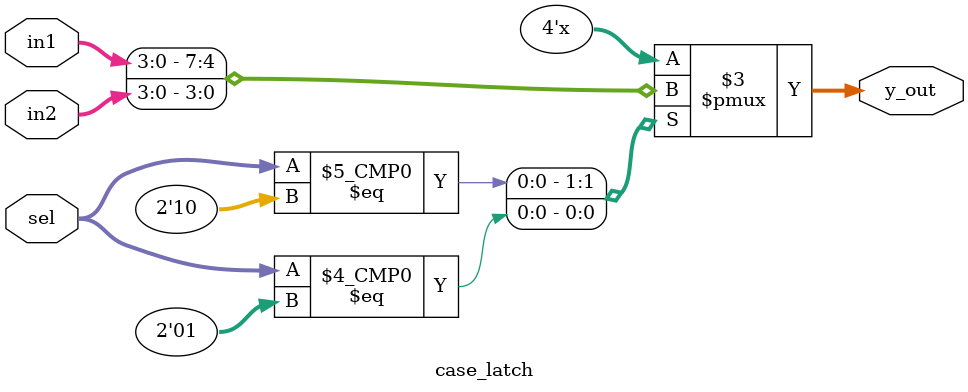
<source format=v>
module case_latch(sel, in1, in2, y_out);
    input   [1:0] sel;
    input   [3:0] in1, in2;
    output  [3:0] y_out;
    reg     [3:0] y_out;

    always @(sel, in1, in2) begin
        case (sel)
            2'b10 : y_out = in1;
            2'b01 : y_out = in2;
        endcase
    end
endmodule
</source>
